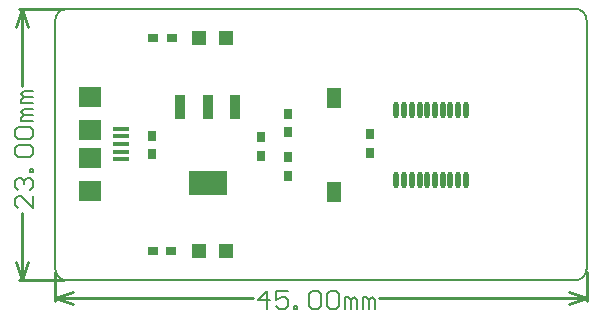
<source format=gtp>
G04*
G04 #@! TF.GenerationSoftware,Altium Limited,Altium Designer,21.2.2 (38)*
G04*
G04 Layer_Color=8421504*
%FSLAX24Y24*%
%MOIN*%
G70*
G04*
G04 #@! TF.SameCoordinates,73095A83-B390-47B6-BD11-AEDCE0CE4F92*
G04*
G04*
G04 #@! TF.FilePolarity,Positive*
G04*
G01*
G75*
%ADD13C,0.0060*%
%ADD16C,0.0060*%
%ADD17C,0.0100*%
%ADD18R,0.0380X0.0315*%
%ADD19R,0.0450X0.0500*%
%ADD20O,0.0177X0.0551*%
%ADD21R,0.0315X0.0380*%
%ADD22R,0.0472X0.0709*%
%ADD23R,0.0335X0.0787*%
%ADD24R,0.1260X0.0787*%
%ADD25R,0.0551X0.0157*%
%ADD26R,0.0748X0.0709*%
D13*
X0Y394D02*
Y8661D01*
X394Y0D02*
X17323D01*
X394Y9055D02*
X17323D01*
X17717Y394D02*
Y8661D01*
X7049Y-940D02*
Y-340D01*
X6749Y-640D01*
X7149D01*
X7749Y-340D02*
X7349D01*
Y-640D01*
X7549Y-540D01*
X7649D01*
X7749Y-640D01*
Y-840D01*
X7649Y-940D01*
X7449D01*
X7349Y-840D01*
X7949Y-940D02*
Y-840D01*
X8048D01*
Y-940D01*
X7949D01*
X8448Y-440D02*
X8548Y-340D01*
X8748D01*
X8848Y-440D01*
Y-840D01*
X8748Y-940D01*
X8548D01*
X8448Y-840D01*
Y-440D01*
X9048D02*
X9148Y-340D01*
X9348D01*
X9448Y-440D01*
Y-840D01*
X9348Y-940D01*
X9148D01*
X9048Y-840D01*
Y-440D01*
X9648Y-940D02*
Y-540D01*
X9748D01*
X9848Y-640D01*
Y-940D01*
Y-640D01*
X9948Y-540D01*
X10048Y-640D01*
Y-940D01*
X10248D02*
Y-540D01*
X10348D01*
X10448Y-640D01*
Y-940D01*
Y-640D01*
X10548Y-540D01*
X10648Y-640D01*
Y-940D01*
X-730Y2818D02*
Y2418D01*
X-1130Y2818D01*
X-1230D01*
X-1330Y2718D01*
Y2518D01*
X-1230Y2418D01*
Y3018D02*
X-1330Y3118D01*
Y3318D01*
X-1230Y3418D01*
X-1130D01*
X-1030Y3318D01*
Y3218D01*
Y3318D01*
X-930Y3418D01*
X-830D01*
X-730Y3318D01*
Y3118D01*
X-830Y3018D01*
X-730Y3618D02*
X-830D01*
Y3718D01*
X-730D01*
Y3618D01*
X-1230Y4118D02*
X-1330Y4218D01*
Y4418D01*
X-1230Y4518D01*
X-830D01*
X-730Y4418D01*
Y4218D01*
X-830Y4118D01*
X-1230D01*
Y4717D02*
X-1330Y4817D01*
Y5017D01*
X-1230Y5117D01*
X-830D01*
X-730Y5017D01*
Y4817D01*
X-830Y4717D01*
X-1230D01*
X-730Y5317D02*
X-1130D01*
Y5417D01*
X-1030Y5517D01*
X-730D01*
X-1030D01*
X-1130Y5617D01*
X-1030Y5717D01*
X-730D01*
Y5917D02*
X-1130D01*
Y6017D01*
X-1030Y6117D01*
X-730D01*
X-1030D01*
X-1130Y6217D01*
X-1030Y6317D01*
X-730D01*
D16*
X17323Y0D02*
G03*
X17717Y394I0J394D01*
G01*
X17717Y8661D02*
G03*
X17323Y9055I-394J0D01*
G01*
X394D02*
G03*
X0Y8661I0J-394D01*
G01*
Y394D02*
G03*
X394Y0I394J0D01*
G01*
D17*
X0Y-580D02*
X600Y-380D01*
X0Y-580D02*
X600Y-780D01*
X17117D02*
X17717Y-580D01*
X17117Y-380D02*
X17717Y-580D01*
X0D02*
X6589D01*
X10808D02*
X17717D01*
X0Y-680D02*
Y294D01*
X17717Y-680D02*
Y294D01*
X-1090Y9055D02*
X-890Y8455D01*
X-1290D02*
X-1090Y9055D01*
X-1290Y600D02*
X-1090Y0D01*
X-890Y600D01*
X-1090Y6477D02*
Y9055D01*
Y0D02*
Y2258D01*
X-1190Y9055D02*
X294D01*
X-1190Y0D02*
X294D01*
D18*
X3870Y990D02*
D03*
X3250D02*
D03*
X3260Y8070D02*
D03*
X3880D02*
D03*
D19*
X4780Y990D02*
D03*
X5680D02*
D03*
X4800Y8070D02*
D03*
X5700D02*
D03*
D20*
X13682Y5681D02*
D03*
X13426D02*
D03*
X13170D02*
D03*
X12914D02*
D03*
X12658D02*
D03*
X12402D02*
D03*
X11378D02*
D03*
X13682Y3359D02*
D03*
X13426D02*
D03*
X13170D02*
D03*
X12914D02*
D03*
X12658D02*
D03*
X12402D02*
D03*
X12146D02*
D03*
X11890D02*
D03*
X11634D02*
D03*
X11378D02*
D03*
X11890Y5681D02*
D03*
X12146D02*
D03*
X11634D02*
D03*
D21*
X10500Y4250D02*
D03*
Y4870D02*
D03*
X7760Y4095D02*
D03*
Y3475D02*
D03*
X7770Y4935D02*
D03*
Y5555D02*
D03*
X6850Y4160D02*
D03*
Y4780D02*
D03*
X3220Y4820D02*
D03*
Y4200D02*
D03*
D22*
X9298Y2957D02*
D03*
X9290Y6080D02*
D03*
D23*
X5080Y5790D02*
D03*
X4174D02*
D03*
X5986D02*
D03*
D24*
X5080Y3240D02*
D03*
D25*
X2203Y5059D02*
D03*
Y4036D02*
D03*
Y4803D02*
D03*
Y4548D02*
D03*
Y4292D02*
D03*
D26*
X1160Y6122D02*
D03*
Y2973D02*
D03*
Y4075D02*
D03*
Y5020D02*
D03*
M02*

</source>
